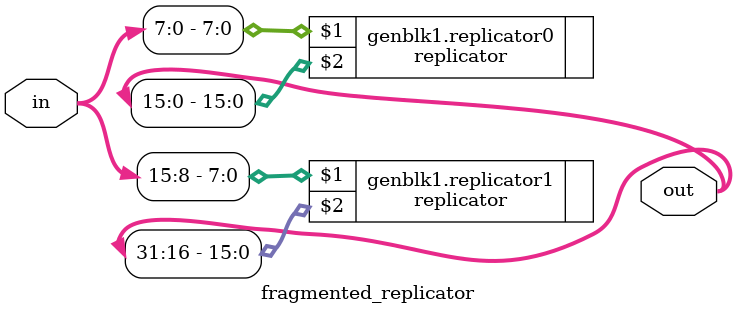
<source format=v>

module fragmented_replicator(in, out);
   parameter WIRE = 3;
   parameter WAY = 1;
   parameter BUS = 1;

   input  [2**(BUS+WIRE) -1:0] 	  in;
   output [2**(BUS+WAY+WIRE) -1:0] out;
   
   if (BUS == 1)
     begin
	replicator #(.WIRE(WIRE), .WAY(WAY)) replicator0(in[2**((BUS-1)+WIRE)-1:0],                      //7:0
							   out[2**((BUS-1)+WAY+WIRE) -1:0]);//2**(0+1+3) -1 = (15):0
	
	replicator #(.WIRE(WIRE), .WAY(WAY)) replicator1(in[2**(BUS+WIRE)-1:2**((BUS-1)+WIRE)],          //15:8
							   out[2**(BUS+WAY+WIRE) -1:   //2**(1+1+3) -1 = (31):16
							       2**((BUS-1)+WAY+WIRE)]);//2**(0+1+3)    =  31:(16)
     end
   else
     begin
	fragmented_replicator #(.WIRE(WIRE), .WAY(WAY), .BUS(BUS-1))fragmented_replicator0(in[ 2**((BUS-1)+WIRE) -1:0],  //(4*8-1):0    = 31:0
											   out[2**((BUS-1)+WAY+WIRE) -1:0]);//(4*4*8-1):(0) = 127:0

	
	fragmented_replicator #(.WIRE(WIRE), .WAY(WAY), .BUS(BUS-1))fragmented_replicator1(in[2**(BUS+WIRE) -1:2**((BUS-1)+WIRE)],//(8*8-1):(4*8)= 63:32
											   out[2**(BUS+WAY+WIRE) -1://(8*4*8-1):
											       2**((BUS-1)+WAY+WIRE)]);//(4*4*8)      = 255:128
     end
endmodule // fragmented_replicator

</source>
